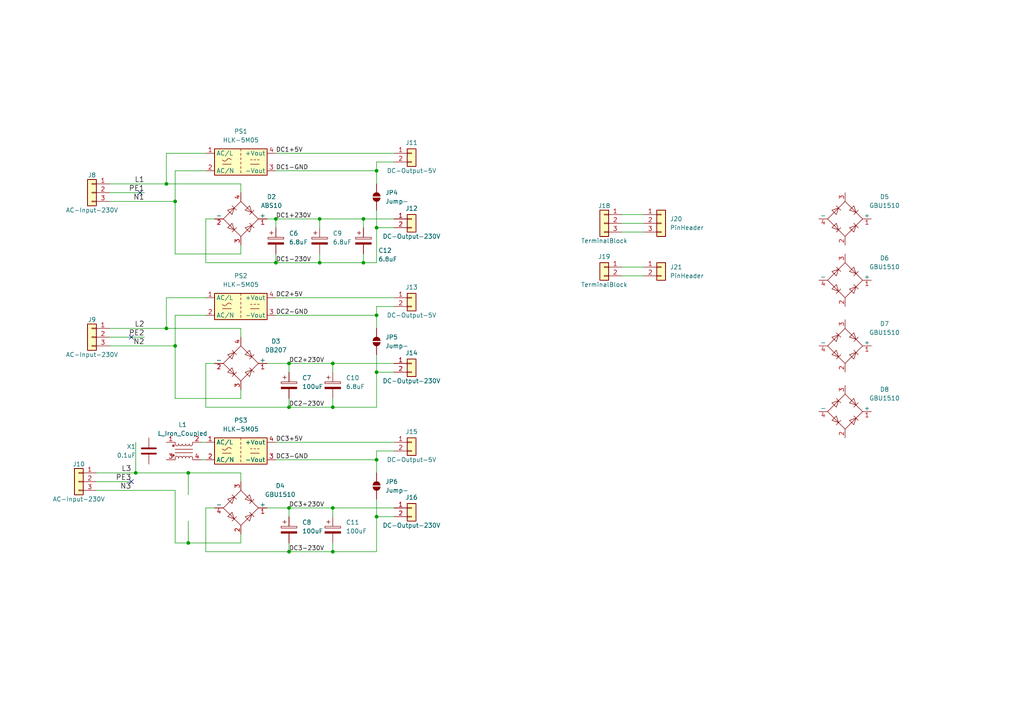
<source format=kicad_sch>
(kicad_sch (version 20250114) (generator "eeschema") (generator_version "9.0")
  (paper "A4")
  (lib_symbols
    (symbol "Connector_Generic:Conn_01x02" (pin_names (offset 1.016) (hide yes))
      (property "Reference" "J" (at 0 2.54 0))
      (property "Value" "Conn_01x02" (at 0 -5.08 0))
      (symbol "Conn_01x02_1_1"
        (rectangle (start -1.27 1.27) (end 1.27 -3.81) (stroke (width 0.254)) (fill (type background)))
        (rectangle (start -1.27 0.127) (end 0 -0.127) (stroke (width 0.1524)))
        (rectangle (start -1.27 -2.413) (end 0 -2.667) (stroke (width 0.1524)))
        (pin passive line (at -5.08 0 0) (length 3.81) (name "Pin_1") (number "1"))
        (pin passive line (at -5.08 -2.54 0) (length 3.81) (name "Pin_2") (number "2"))
      )
    )
    (symbol "Connector_Generic:Conn_01x03" (pin_names (offset 1.016) (hide yes))
      (property "Reference" "J" (at 0 5.08 0))
      (property "Value" "Conn_01x03" (at 0 -5.08 0))
      (symbol "Conn_01x03_1_1"
        (rectangle (start -1.27 3.81) (end 1.27 -3.81) (stroke (width 0.254)) (fill (type background)))
        (rectangle (start -1.27 2.667) (end 0 2.413) (stroke (width 0.1524)))
        (rectangle (start -1.27 0.127) (end 0 -0.127) (stroke (width 0.1524)))
        (rectangle (start -1.27 -2.413) (end 0 -2.667) (stroke (width 0.1524)))
        (pin passive line (at -5.08 2.54 0) (length 3.81) (name "Pin_1") (number "1"))
        (pin passive line (at -5.08 0 0) (length 3.81) (name "Pin_2") (number "2"))
        (pin passive line (at -5.08 -2.54 0) (length 3.81) (name "Pin_3") (number "3"))
      )
    )
    (symbol "Converter_ACDC:HLK-5M05"
      (property "Reference" "PS" (at 0 5.08 0))
      (property "Value" "HLK-5M05" (at 0 -5.08 0))
      (symbol "HLK-5M05_0_1"
        (rectangle (start -7.62 3.81) (end 7.62 -3.81) (stroke (width 0.254)) (fill (type background)))
        (polyline (pts (xy -5.334 -0.635) (xy -2.794 -0.635)))
        (arc (start -4.064 0.635) (mid -4.699 0.2495) (end -5.334 0.635))
        (arc (start -4.064 0.635) (mid -3.429 1.0072) (end -2.794 0.635))
        (polyline (pts (xy 0 3.81) (xy 0 3.175)))
        (polyline (pts (xy 0 2.54) (xy 0 1.905)))
        (polyline (pts (xy 0 1.27) (xy 0 0.635)))
        (polyline (pts (xy 0 0) (xy 0 -0.635)))
        (polyline (pts (xy 0 -1.27) (xy 0 -1.905)))
        (polyline (pts (xy 0 -2.54) (xy 0 -3.175)))
        (polyline (pts (xy 2.794 0.635) (xy 3.302 0.635)))
        (polyline (pts (xy 2.794 -0.635) (xy 5.334 -0.635)))
        (polyline (pts (xy 3.81 0.635) (xy 4.318 0.635)))
        (polyline (pts (xy 4.826 0.635) (xy 5.334 0.635)))
      )
      (symbol "HLK-5M05_1_1"
        (pin power_in line (at -10.16 2.54 0) (length 2.54) (name "AC/L") (number "1"))
        (pin power_in line (at -10.16 -2.54 0) (length 2.54) (name "AC/N") (number "2"))
        (pin power_out line (at 10.16 2.54 180) (length 2.54) (name "+Vout") (number "4"))
        (pin power_out line (at 10.16 -2.54 180) (length 2.54) (name "-Vout") (number "3"))
      )
    )
    (symbol "Device:C" (pin_numbers (hide yes)) (pin_names (offset 0.254))
      (property "Reference" "C" (at 0.635 2.54 0))
      (property "Value" "C" (at 0.635 -2.54 0))
      (symbol "C_0_1"
        (polyline (pts (xy -2.032 0.762) (xy 2.032 0.762)) (stroke (width 0.508)))
        (polyline (pts (xy -2.032 -0.762) (xy 2.032 -0.762)) (stroke (width 0.508)))
      )
      (symbol "C_1_1"
        (pin passive line (at 0 3.81 270) (length 2.794) (name "~") (number "1"))
        (pin passive line (at 0 -3.81 90) (length 2.794) (name "~") (number "2"))
      )
    )
    (symbol "Device:C_Polarized" (pin_numbers (hide yes)) (pin_names (offset 0.254))
      (property "Reference" "C" (at 0.635 2.54 0))
      (property "Value" "C_Polarized" (at 0.635 -2.54 0))
      (symbol "C_Polarized_0_1"
        (rectangle (start -2.286 0.508) (end 2.286 1.016))
        (polyline (pts (xy -1.778 2.286) (xy -0.762 2.286)))
        (polyline (pts (xy -1.27 2.794) (xy -1.27 1.778)))
        (rectangle (start 2.286 -0.508) (end -2.286 -1.016) (fill (type outline)))
      )
      (symbol "C_Polarized_1_1"
        (pin passive line (at 0 3.81 270) (length 2.794) (name "~") (number "1"))
        (pin passive line (at 0 -3.81 90) (length 2.794) (name "~") (number "2"))
      )
    )
    (symbol "Device:L_Iron_Coupled" (pin_names (offset 0.254) (hide yes))
      (property "Reference" "L" (at 0 4.445 0))
      (property "Value" "L_Iron_Coupled" (at 0 -4.445 0))
      (symbol "L_Iron_Coupled_0_1"
        (circle (center -3.048 1.524) (radius 0.254) (fill (type outline)))
        (circle (center -3.048 -1.27) (radius 0.254) (fill (type outline)))
        (polyline (pts (xy -2.54 2.032) (xy -2.54 2.54)))
        (polyline (pts (xy -2.54 0.508) (xy 2.54 0.508)))
        (polyline (pts (xy -2.54 -2.032) (xy -2.54 -2.54)))
        (arc (start -1.524 2.032) (mid -2.032 1.5262) (end -2.54 2.032))
        (arc (start -2.54 -2.032) (mid -2.032 -1.5262) (end -1.524 -2.032))
        (arc (start -0.508 2.032) (mid -1.016 1.5262) (end -1.524 2.032))
        (arc (start -1.524 -2.032) (mid -1.016 -1.5262) (end -0.508 -2.032))
        (arc (start 0.508 2.032) (mid 0 1.5262) (end -0.508 2.032))
        (arc (start -0.508 -2.032) (mid 0 -1.5262) (end 0.508 -2.032))
        (arc (start 1.524 2.032) (mid 1.016 1.5262) (end 0.508 2.032))
        (arc (start 0.508 -2.032) (mid 1.016 -1.5262) (end 1.524 -2.032))
        (arc (start 2.54 2.032) (mid 2.032 1.5262) (end 1.524 2.032))
        (arc (start 1.524 -2.032) (mid 2.032 -1.5262) (end 2.54 -2.032))
        (polyline (pts (xy 2.54 2.54) (xy 2.54 2.032)))
        (polyline (pts (xy 2.54 -0.508) (xy -2.54 -0.508)))
        (polyline (pts (xy 2.54 -2.032) (xy 2.54 -2.54)))
      )
      (symbol "L_Iron_Coupled_1_1"
        (pin passive line (at -5.08 2.54 0) (length 2.54) (name "1") (number "1"))
        (pin passive line (at -5.08 -2.54 0) (length 2.54) (name "3") (number "3"))
        (pin passive line (at 5.08 2.54 180) (length 2.54) (name "2") (number "2"))
        (pin passive line (at 5.08 -2.54 180) (length 2.54) (name "4") (number "4"))
      )
    )
    (symbol "Diode_Bridge:ABS10" (pin_names (offset 0))
      (property "Reference" "D" (at 2.54 6.985 0))
      (property "Value" "ABS10" (at 2.54 5.08 0))
      (symbol "ABS10_0_1"
        (polyline (pts (xy -5.08 0) (xy 0 -5.08) (xy 5.08 0) (xy 0 5.08) (xy -5.08 0)))
        (polyline (pts (xy -3.81 2.54) (xy -2.54 1.27) (xy -1.905 3.175) (xy -3.81 2.54)))
        (polyline (pts (xy -2.54 3.81) (xy -1.27 2.54)))
        (polyline (pts (xy -2.54 -1.27) (xy -3.81 -2.54) (xy -1.905 -3.175) (xy -2.54 -1.27)))
        (polyline (pts (xy -1.27 -2.54) (xy -2.54 -3.81)))
        (polyline (pts (xy 1.27 2.54) (xy 2.54 3.81) (xy 3.175 1.905) (xy 1.27 2.54)))
        (polyline (pts (xy 2.54 1.27) (xy 3.81 2.54)))
        (polyline (pts (xy 2.54 -1.27) (xy 3.81 -2.54)))
        (polyline (pts (xy 3.175 -1.905) (xy 1.27 -2.54) (xy 2.54 -3.81) (xy 3.175 -1.905)))
      )
      (symbol "ABS10_1_1"
        (pin passive line (at -7.62 0 0) (length 2.54) (name "-") (number "2"))
        (pin passive line (at 0 7.62 270) (length 2.54) (name "~") (number "4"))
        (pin passive line (at 0 -7.62 90) (length 2.54) (name "~") (number "3"))
        (pin passive line (at 7.62 0 180) (length 2.54) (name "+") (number "1"))
      )
    )
    (symbol "Diode_Bridge:DF01M" (pin_names (offset 0))
      (property "Reference" "D" (at 2.54 6.985 0))
      (property "Value" "DF01M" (at 2.54 5.08 0))
      (symbol "DF01M_0_1"
        (polyline (pts (xy -5.08 0) (xy 0 -5.08) (xy 5.08 0) (xy 0 5.08) (xy -5.08 0)))
        (polyline (pts (xy -3.81 2.54) (xy -2.54 1.27) (xy -1.905 3.175) (xy -3.81 2.54)))
        (polyline (pts (xy -2.54 3.81) (xy -1.27 2.54)))
        (polyline (pts (xy -2.54 -1.27) (xy -3.81 -2.54) (xy -1.905 -3.175) (xy -2.54 -1.27)))
        (polyline (pts (xy -1.27 -2.54) (xy -2.54 -3.81)))
        (polyline (pts (xy 1.27 2.54) (xy 2.54 3.81) (xy 3.175 1.905) (xy 1.27 2.54)))
        (polyline (pts (xy 2.54 1.27) (xy 3.81 2.54)))
        (polyline (pts (xy 2.54 -1.27) (xy 3.81 -2.54)))
        (polyline (pts (xy 3.175 -1.905) (xy 1.27 -2.54) (xy 2.54 -3.81) (xy 3.175 -1.905)))
      )
      (symbol "DF01M_1_1"
        (pin passive line (at -7.62 0 0) (length 2.54) (name "-") (number "2"))
        (pin passive line (at 0 7.62 270) (length 2.54) (name "~") (number "4"))
        (pin passive line (at 0 -7.62 90) (length 2.54) (name "~") (number "3"))
        (pin passive line (at 7.62 0 180) (length 2.54) (name "+") (number "1"))
      )
    )
    (symbol "Diode_Bridge:GBU4A" (pin_names (offset 0))
      (property "Reference" "D" (at 2.54 6.985 0))
      (property "Value" "GBU4A" (at 2.54 5.08 0))
      (symbol "GBU4A_0_1"
        (polyline (pts (xy -5.08 0) (xy 0 -5.08) (xy 5.08 0) (xy 0 5.08) (xy -5.08 0)))
        (polyline (pts (xy -3.81 2.54) (xy -2.54 1.27) (xy -1.905 3.175) (xy -3.81 2.54)))
        (polyline (pts (xy -2.54 3.81) (xy -1.27 2.54)))
        (polyline (pts (xy -2.54 -1.27) (xy -3.81 -2.54) (xy -1.905 -3.175) (xy -2.54 -1.27)))
        (polyline (pts (xy -1.27 -2.54) (xy -2.54 -3.81)))
        (polyline (pts (xy 1.27 2.54) (xy 2.54 3.81) (xy 3.175 1.905) (xy 1.27 2.54)))
        (polyline (pts (xy 2.54 1.27) (xy 3.81 2.54)))
        (polyline (pts (xy 2.54 -1.27) (xy 3.81 -2.54)))
        (polyline (pts (xy 3.175 -1.905) (xy 1.27 -2.54) (xy 2.54 -3.81) (xy 3.175 -1.905)))
      )
      (symbol "GBU4A_1_1"
        (pin passive line (at -7.62 0 0) (length 2.54) (name "-") (number "4"))
        (pin passive line (at 0 7.62 270) (length 2.54) (name "~") (number "3"))
        (pin passive line (at 0 -7.62 90) (length 2.54) (name "~") (number "2"))
        (pin passive line (at 7.62 0 180) (length 2.54) (name "+") (number "1"))
      )
    )
    (symbol "Jumper:SolderJumper_2_Open" (pin_numbers (hide yes)) (pin_names (offset 0) (hide yes)) (in_bom no)
      (property "Reference" "JP" (at 0 2.032 0))
      (property "Value" "SolderJumper_2_Open" (at 0 -2.54 0))
      (symbol "SolderJumper_2_Open_0_1"
        (polyline (pts (xy -0.254 1.016) (xy -0.254 -1.016)))
        (arc (start -0.254 -1.016) (mid -1.2656 0) (end -0.254 1.016))
        (arc (start -0.254 -1.016) (mid -1.2656 0) (end -0.254 1.016) (fill (type outline)))
        (arc (start 0.254 1.016) (mid 1.2656 0) (end 0.254 -1.016))
        (arc (start 0.254 1.016) (mid 1.2656 0) (end 0.254 -1.016) (fill (type outline)))
        (polyline (pts (xy 0.254 1.016) (xy 0.254 -1.016)))
      )
      (symbol "SolderJumper_2_Open_1_1"
        (pin passive line (at -3.81 0 0) (length 2.54) (name "A") (number "1"))
        (pin passive line (at 3.81 0 180) (length 2.54) (name "B") (number "2"))
      )
    )
  )
  (junction (at 92.71 63.5))
  (junction (at 109.22 149.86))
  (junction (at 109.22 133.35))
  (junction (at 83.82 105.41))
  (junction (at 83.82 160.02))
  (junction (at 109.22 66.04))
  (junction (at 80.01 63.5))
  (junction (at 48.26 95.25))
  (junction (at 96.52 118.11))
  (junction (at 50.8 100.33))
  (junction (at 83.82 118.11))
  (junction (at 48.26 53.34))
  (junction (at 96.52 160.02))
  (junction (at 96.52 105.41))
  (junction (at 39.37 137.16))
  (junction (at 109.22 91.44))
  (junction (at 92.71 76.2))
  (junction (at 80.01 76.2))
  (junction (at 109.22 107.95))
  (junction (at 96.52 147.32))
  (junction (at 83.82 147.32))
  (junction (at 105.41 63.5))
  (junction (at 105.41 76.2))
  (junction (at 54.61 157.48))
  (junction (at 54.61 137.16))
  (junction (at 109.22 49.53))
  (junction (at 50.8 58.42))
  (no_connect (at 40.64 55.88))
  (no_connect (at 38.1 97.79))
  (no_connect (at 38.1 139.7))
  (wire (pts (xy 31.75 53.34) (xy 48.26 53.34)))
  (wire (pts (xy 48.26 86.36) (xy 48.26 95.25)))
  (wire (pts (xy 105.41 76.2) (xy 109.22 76.2)))
  (wire (pts (xy 180.34 62.23) (xy 186.69 62.23)))
  (wire (pts (xy 69.85 154.94) (xy 69.85 157.48)))
  (wire (pts (xy 62.23 147.32) (xy 59.69 147.32)))
  (wire (pts (xy 109.22 88.9) (xy 114.3 88.9)))
  (wire (pts (xy 80.01 86.36) (xy 114.3 86.36)))
  (wire (pts (xy 69.85 115.57) (xy 50.8 115.57)))
  (wire (pts (xy 109.22 133.35) (xy 109.22 130.81)))
  (wire (pts (xy 48.26 44.45) (xy 48.26 53.34)))
  (wire (pts (xy 31.75 100.33) (xy 50.8 100.33)))
  (wire (pts (xy 109.22 60.96) (xy 109.22 66.04)))
  (wire (pts (xy 92.71 66.04) (xy 92.71 63.5)))
  (wire (pts (xy 92.71 63.5) (xy 105.41 63.5)))
  (wire (pts (xy 59.69 86.36) (xy 48.26 86.36)))
  (wire (pts (xy 27.94 137.16) (xy 39.37 137.16)))
  (wire (pts (xy 50.8 49.53) (xy 50.8 58.42)))
  (wire (pts (xy 109.22 49.53) (xy 109.22 46.99)))
  (wire (pts (xy 180.34 64.77) (xy 186.69 64.77)))
  (wire (pts (xy 83.82 118.11) (xy 83.82 115.57)))
  (wire (pts (xy 31.75 97.79) (xy 41.91 97.79)))
  (wire (pts (xy 54.61 137.16) (xy 69.85 137.16)))
  (wire (pts (xy 69.85 113.03) (xy 69.85 115.57)))
  (wire (pts (xy 83.82 147.32) (xy 83.82 149.86)))
  (wire (pts (xy 58.42 133.35) (xy 59.69 133.35)))
  (wire (pts (xy 59.69 118.11) (xy 83.82 118.11)))
  (wire (pts (xy 83.82 160.02) (xy 96.52 160.02)))
  (wire (pts (xy 59.69 76.2) (xy 80.01 76.2)))
  (wire (pts (xy 96.52 115.57) (xy 96.52 118.11)))
  (wire (pts (xy 59.69 44.45) (xy 48.26 44.45)))
  (wire (pts (xy 80.01 76.2) (xy 80.01 73.66)))
  (wire (pts (xy 105.41 63.5) (xy 105.41 66.04)))
  (wire (pts (xy 39.37 137.16) (xy 54.61 137.16)))
  (wire (pts (xy 83.82 107.95) (xy 83.82 105.41)))
  (wire (pts (xy 109.22 118.11) (xy 109.22 107.95)))
  (wire (pts (xy 96.52 160.02) (xy 109.22 160.02)))
  (wire (pts (xy 96.52 105.41) (xy 114.3 105.41)))
  (wire (pts (xy 109.22 91.44) (xy 109.22 95.25)))
  (wire (pts (xy 80.01 63.5) (xy 92.71 63.5)))
  (wire (pts (xy 92.71 76.2) (xy 105.41 76.2)))
  (wire (pts (xy 83.82 118.11) (xy 96.52 118.11)))
  (wire (pts (xy 96.52 147.32) (xy 96.52 149.86)))
  (wire (pts (xy 180.34 77.47) (xy 186.69 77.47)))
  (wire (pts (xy 96.52 118.11) (xy 109.22 118.11)))
  (wire (pts (xy 109.22 130.81) (xy 114.3 130.81)))
  (wire (pts (xy 69.85 73.66) (xy 50.8 73.66)))
  (wire (pts (xy 39.37 128.27) (xy 39.37 137.16)))
  (wire (pts (xy 114.3 147.32) (xy 96.52 147.32)))
  (wire (pts (xy 31.75 95.25) (xy 48.26 95.25)))
  (wire (pts (xy 50.8 142.24) (xy 50.8 157.48)))
  (wire (pts (xy 109.22 102.87) (xy 109.22 107.95)))
  (wire (pts (xy 109.22 160.02) (xy 109.22 149.86)))
  (wire (pts (xy 31.75 55.88) (xy 41.91 55.88)))
  (wire (pts (xy 109.22 144.78) (xy 109.22 149.86)))
  (wire (pts (xy 96.52 160.02) (xy 96.52 157.48)))
  (wire (pts (xy 48.26 95.25) (xy 69.85 95.25)))
  (wire (pts (xy 77.47 147.32) (xy 83.82 147.32)))
  (wire (pts (xy 31.75 58.42) (xy 50.8 58.42)))
  (wire (pts (xy 50.8 115.57) (xy 50.8 100.33)))
  (wire (pts (xy 59.69 91.44) (xy 50.8 91.44)))
  (wire (pts (xy 80.01 133.35) (xy 109.22 133.35)))
  (wire (pts (xy 77.47 63.5) (xy 80.01 63.5)))
  (wire (pts (xy 62.23 63.5) (xy 59.69 63.5)))
  (wire (pts (xy 109.22 76.2) (xy 109.22 66.04)))
  (wire (pts (xy 83.82 160.02) (xy 83.82 157.48)))
  (wire (pts (xy 80.01 91.44) (xy 109.22 91.44)))
  (wire (pts (xy 69.85 157.48) (xy 54.61 157.48)))
  (wire (pts (xy 59.69 63.5) (xy 59.69 76.2)))
  (wire (pts (xy 54.61 137.16) (xy 54.61 143.51)))
  (wire (pts (xy 50.8 73.66) (xy 50.8 58.42)))
  (wire (pts (xy 48.26 53.34) (xy 69.85 53.34)))
  (wire (pts (xy 50.8 49.53) (xy 59.69 49.53)))
  (wire (pts (xy 27.94 142.24) (xy 50.8 142.24)))
  (wire (pts (xy 109.22 49.53) (xy 109.22 53.34)))
  (wire (pts (xy 109.22 91.44) (xy 109.22 88.9)))
  (wire (pts (xy 105.41 63.5) (xy 114.3 63.5)))
  (wire (pts (xy 109.22 66.04) (xy 114.3 66.04)))
  (wire (pts (xy 27.94 139.7) (xy 38.1 139.7)))
  (wire (pts (xy 80.01 44.45) (xy 114.3 44.45)))
  (wire (pts (xy 180.34 80.01) (xy 186.69 80.01)))
  (wire (pts (xy 69.85 97.79) (xy 69.85 95.25)))
  (wire (pts (xy 59.69 147.32) (xy 59.69 160.02)))
  (wire (pts (xy 50.8 91.44) (xy 50.8 100.33)))
  (wire (pts (xy 77.47 105.41) (xy 83.82 105.41)))
  (wire (pts (xy 92.71 76.2) (xy 92.71 73.66)))
  (wire (pts (xy 69.85 71.12) (xy 69.85 73.66)))
  (wire (pts (xy 62.23 105.41) (xy 59.69 105.41)))
  (wire (pts (xy 83.82 147.32) (xy 96.52 147.32)))
  (wire (pts (xy 58.42 128.27) (xy 59.69 128.27)))
  (wire (pts (xy 109.22 107.95) (xy 114.3 107.95)))
  (wire (pts (xy 109.22 133.35) (xy 109.22 137.16)))
  (wire (pts (xy 54.61 157.48) (xy 50.8 157.48)))
  (wire (pts (xy 109.22 46.99) (xy 114.3 46.99)))
  (wire (pts (xy 59.69 105.41) (xy 59.69 118.11)))
  (wire (pts (xy 69.85 139.7) (xy 69.85 137.16)))
  (wire (pts (xy 96.52 107.95) (xy 96.52 105.41)))
  (wire (pts (xy 69.85 55.88) (xy 69.85 53.34)))
  (wire (pts (xy 180.34 67.31) (xy 186.69 67.31)))
  (wire (pts (xy 109.22 149.86) (xy 114.3 149.86)))
  (wire (pts (xy 80.01 49.53) (xy 109.22 49.53)))
  (wire (pts (xy 80.01 128.27) (xy 114.3 128.27)))
  (wire (pts (xy 105.41 73.66) (xy 105.41 76.2)))
  (wire (pts (xy 83.82 105.41) (xy 96.52 105.41)))
  (wire (pts (xy 54.61 151.13) (xy 54.61 157.48)))
  (wire (pts (xy 59.69 160.02) (xy 83.82 160.02)))
  (wire (pts (xy 80.01 76.2) (xy 92.71 76.2)))
  (wire (pts (xy 80.01 63.5) (xy 80.01 66.04)))
  (label "DC1+5V" (at 80.01 44.45 0))
  (label "DC3-230V" (at 83.82 160.02 0))
  (label "DC2+5V" (at 80.01 86.36 0))
  (label "N2" (at 41.91 100.33 180) (effects (font (size 1.524 1.524))))
  (label "DC1-230V" (at 80.01 76.2 0))
  (label "L2" (at 41.91 95.25 180) (effects (font (size 1.524 1.524))))
  (label "DC2-GND" (at 80.01 91.44 0))
  (label "PE1" (at 41.91 55.88 180) (effects (font (size 1.524 1.524))))
  (label "DC1+230V" (at 80.01 63.5 0))
  (label "DC3+5V" (at 80.01 128.27 0))
  (label "N1" (at 41.91 58.42 180) (effects (font (size 1.524 1.524))))
  (label "DC3-GND" (at 80.01 133.35 0))
  (label "DC2+230V" (at 83.82 105.41 0))
  (label "PE3" (at 38.1 139.7 180) (effects (font (size 1.524 1.524))))
  (label "PE2" (at 41.91 97.79 180) (effects (font (size 1.524 1.524))))
  (label "L3" (at 38.1 137.16 180) (effects (font (size 1.524 1.524))))
  (label "L1" (at 41.91 53.34 180) (effects (font (size 1.524 1.524))))
  (label "N3" (at 38.1 142.24 180) (effects (font (size 1.524 1.524))))
  (label "DC1-GND" (at 80.01 49.53 0))
  (label "DC3+230V" (at 83.82 147.32 0))
  (label "DC2-230V" (at 83.82 118.11 0))
  (symbol (lib_id "Connector_Generic:Conn_01x03") (at 191.77 64.77 0) (unit 1)
    (property "Reference" "J20" (at 194.31 63.4999 0) (effects (justify left)))
    (property "Value" "PinHeader" (at 194.31 66.0399 0) (effects (justify left)))
    (property "Footprint" "Connector_PinHeader_2.54mm:PinHeader_1x03_P2.54mm_Vertical" (effects (hide yes)))
    (property "Description" "Generic connector, single row, 01x03, script generated (kicad-library-utils/schlib/autogen/connector/)" (effects (hide yes)))
  )
  (symbol (lib_id "Connector_Generic:Conn_01x02") (at 191.77 77.47 0) (unit 1)
    (property "Reference" "J21" (at 194.31 77.4699 0) (effects (justify left)))
    (property "Value" "PinHeader" (at 194.31 80.0099 0) (effects (justify left)))
    (property "Footprint" "Connector_PinHeader_2.54mm:PinHeader_1x02_P2.54mm_Vertical" (effects (hide yes)))
    (property "Description" "Generic connector, single row, 01x02, script generated (kicad-library-utils/schlib/autogen/connector/)" (effects (hide yes)))
  )
  (symbol (lib_id "Connector_Generic:Conn_01x02") (at 119.38 44.45 0) (unit 1)
    (property "Reference" "J11" (at 119.38 41.402 0))
    (property "Value" "DC-Output-5V" (at 119.38 49.53 0))
    (property "Footprint" "TerminalBlock_Phoenix:TerminalBlock_Phoenix_MKDS-3-2-5.08_1x02_P5.08mm_Horizontal" (effects (hide yes)))
    (property "Description" "Generic connector, single row, 01x02, script generated (kicad-library-utils/schlib/autogen/connector/)" (effects (hide yes)))
  )
  (symbol (lib_id "Device:C_Polarized") (at 96.52 111.76 0) (unit 1)
    (property "Reference" "C10" (at 100.33 109.6009 0) (effects (justify left)))
    (property "Value" "6.8uF" (at 100.33 112.1409 0) (effects (justify left)))
    (property "Footprint" "Capacitor_THT:CP_Radial_D10.0mm_P5.00mm" (effects (hide yes)))
    (property "Description" "Polarized capacitor" (effects (hide yes)))
  )
  (symbol (lib_id "Connector_Generic:Conn_01x03") (at 26.67 55.88 0) (mirror y) (unit 1)
    (property "Reference" "J8" (at 26.67 50.8 0))
    (property "Value" "AC-Input-230V" (at 26.67 60.96 0))
    (property "Footprint" "TerminalBlock_Phoenix:TerminalBlock_Phoenix_MKDS-3-3-5.08_1x03_P5.08mm_Horizontal" (effects (hide yes)))
    (property "Description" "Generic connector, single row, 01x03, script generated (kicad-library-utils/schlib/autogen/connector/)" (effects (hide yes)))
  )
  (symbol (lib_id "Diode_Bridge:DF01M") (at 69.85 105.41 0) (unit 1)
    (property "Reference" "D3" (at 80.01 98.9898 0))
    (property "Value" "DB207" (at 80.01 101.5298 0))
    (property "Footprint" "Diode_THT:Diode_Bridge_DIP-4_W7.62mm_P5.08mm" (effects (hide yes)))
    (property "Datasheet" "http://www.vishay.com/docs/88571/dfm.pdf" (effects (hide yes)))
    (property "Description" "Miniature Glass Passivated Single-Phase Bridge Rectifiers, 70V Vrms, 1.0A If, DIP-4" (effects (hide yes)))
  )
  (symbol (lib_id "Jumper:SolderJumper_2_Open") (at 109.22 140.97 90) (unit 1) (in_bom no)
    (property "Reference" "JP6" (at 111.76 139.6999 90) (effects (justify right)))
    (property "Value" "Jump-" (at 111.76 142.2399 90) (effects (justify right)))
    (property "Footprint" "zhaw:SolderJumper-2" (effects (hide yes)))
    (property "Description" "Solder Jumper, 2-pole, open" (effects (hide yes)))
  )
  (symbol (lib_id "Connector_Generic:Conn_01x02") (at 119.38 63.5 0) (unit 1)
    (property "Reference" "J12" (at 119.38 60.452 0))
    (property "Value" "DC-Output-230V" (at 119.38 68.58 0))
    (property "Footprint" "TerminalBlock_Phoenix:TerminalBlock_Phoenix_MKDS-3-2-5.08_1x02_P5.08mm_Horizontal" (effects (hide yes)))
    (property "Description" "Generic connector, single row, 01x02, script generated (kicad-library-utils/schlib/autogen/connector/)" (effects (hide yes)))
  )
  (symbol (lib_id "Diode_Bridge:GBU4A") (at 69.85 147.32 0) (unit 1)
    (property "Reference" "D4" (at 81.28 140.8998 0))
    (property "Value" "GBU1510" (at 81.28 143.4398 0))
    (property "Footprint" "Diode_THT:Diode_Bridge_Vishay_GBU" (effects (hide yes)))
    (property "Datasheet" "http://www.vishay.com/docs/88656/gbu4a.pdf" (effects (hide yes)))
    (property "Description" "Single-Phase Bridge Rectifier, 35V Vrms, 4.0A If, GBU package" (effects (hide yes)))
  )
  (symbol (lib_id "Device:C_Polarized") (at 83.82 111.76 0) (unit 1)
    (property "Reference" "C7" (at 87.63 109.6009 0) (effects (justify left)))
    (property "Value" "100uF" (at 87.63 112.1409 0) (effects (justify left)))
    (property "Footprint" "Capacitor_THT:CP_Radial_D18.0mm_P7.50mm" (effects (hide yes)))
    (property "Description" "Polarized capacitor" (effects (hide yes)))
  )
  (symbol (lib_id "Connector_Generic:Conn_01x03") (at 175.26 64.77 0) (mirror y) (unit 1)
    (property "Reference" "J18" (at 175.26 59.69 0))
    (property "Value" "TerminalBlock" (at 175.26 69.85 0))
    (property "Footprint" "TerminalBlock_Phoenix:TerminalBlock_Phoenix_MKDS-3-3-5.08_1x03_P5.08mm_Horizontal" (effects (hide yes)))
    (property "Description" "Generic connector, single row, 01x03, script generated (kicad-library-utils/schlib/autogen/connector/)" (effects (hide yes)))
  )
  (symbol (lib_id "Jumper:SolderJumper_2_Open") (at 109.22 57.15 90) (unit 1) (in_bom no)
    (property "Reference" "JP4" (at 111.76 55.8799 90) (effects (justify right)))
    (property "Value" "Jump-" (at 111.76 58.4199 90) (effects (justify right)))
    (property "Footprint" "zhaw:SolderJumper-2" (effects (hide yes)))
    (property "Description" "Solder Jumper, 2-pole, open" (effects (hide yes)))
  )
  (symbol (lib_id "Connector_Generic:Conn_01x03") (at 26.67 97.79 0) (mirror y) (unit 1)
    (property "Reference" "J9" (at 26.67 92.71 0))
    (property "Value" "AC-Input-230V" (at 26.67 102.87 0))
    (property "Footprint" "TerminalBlock_Phoenix:TerminalBlock_Phoenix_MKDS-3-3-5.08_1x03_P5.08mm_Horizontal" (effects (hide yes)))
    (property "Description" "Generic connector, single row, 01x03, script generated (kicad-library-utils/schlib/autogen/connector/)" (effects (hide yes)))
  )
  (symbol (lib_id "Jumper:SolderJumper_2_Open") (at 109.22 99.06 90) (unit 1) (in_bom no)
    (property "Reference" "JP5" (at 111.76 97.7899 90) (effects (justify right)))
    (property "Value" "Jump-" (at 111.76 100.3299 90) (effects (justify right)))
    (property "Footprint" "zhaw:SolderJumper-2" (effects (hide yes)))
    (property "Description" "Solder Jumper, 2-pole, open" (effects (hide yes)))
  )
  (symbol (lib_id "Device:C_Polarized") (at 105.41 69.85 0) (unit 1)
    (property "Reference" "C12" (at 109.728 72.644 0) (effects (justify left)))
    (property "Value" "6.8uF" (at 109.728 75.184 0) (effects (justify left)))
    (property "Footprint" "Capacitor_THT:CP_Radial_D10.0mm_P5.00mm" (effects (hide yes)))
    (property "Description" "Polarized capacitor" (effects (hide yes)))
  )
  (symbol (lib_id "Device:C_Polarized") (at 80.01 69.85 0) (unit 1)
    (property "Reference" "C6" (at 83.82 67.6909 0) (effects (justify left)))
    (property "Value" "6.8uF" (at 83.82 70.2309 0) (effects (justify left)))
    (property "Footprint" "Capacitor_THT:CP_Radial_D10.0mm_P5.00mm" (effects (hide yes)))
    (property "Description" "Polarized capacitor" (effects (hide yes)))
  )
  (symbol (lib_id "Diode_Bridge:GBU4A") (at 245.11 81.28 0) (unit 1)
    (property "Reference" "D6" (at 256.54 74.8598 0))
    (property "Value" "GBU1510" (at 256.54 77.3998 0))
    (property "Footprint" "Diode_THT:Diode_Bridge_Vishay_GBU" (effects (hide yes)))
    (property "Datasheet" "http://www.vishay.com/docs/88656/gbu4a.pdf" (effects (hide yes)))
    (property "Description" "Single-Phase Bridge Rectifier, 35V Vrms, 4.0A If, GBU package" (effects (hide yes)))
  )
  (symbol (lib_id "Diode_Bridge:GBU4A") (at 245.11 63.5 0) (unit 1)
    (property "Reference" "D5" (at 256.54 57.0798 0))
    (property "Value" "GBU1510" (at 256.54 59.6198 0))
    (property "Footprint" "Diode_THT:Diode_Bridge_Vishay_GBU" (effects (hide yes)))
    (property "Datasheet" "http://www.vishay.com/docs/88656/gbu4a.pdf" (effects (hide yes)))
    (property "Description" "Single-Phase Bridge Rectifier, 35V Vrms, 4.0A If, GBU package" (effects (hide yes)))
  )
  (symbol (lib_id "Converter_ACDC:HLK-5M05") (at 69.85 130.81 0) (unit 1)
    (property "Reference" "PS3" (at 69.85 121.92 0))
    (property "Value" "HLK-5M05" (at 69.85 124.46 0))
    (property "Footprint" "Converter_ACDC:Converter_ACDC_Hi-Link_HLK-5Mxx" (effects (hide yes)))
    (property "Datasheet" "http://h.hlktech.com/download/ACDC%E7%94%B5%E6%BA%90%E6%A8%A1%E5%9D%975W%E7%B3%BB%E5%88%97/1/%E6%B5%B7%E5%87%8C%E7%A7%915W%E7%B3%BB%E5%88%97%E7%94%B5%E6%BA%90%E6%A8%A1%E5%9D%97%E8%A7%84%E6%A0%BC%E4%B9%A6V2.8.pdf" (effects (hide yes)))
    (property "Description" "Compact AC/DC board mount power module 5W, 5V 1A" (effects (hide yes)))
  )
  (symbol (lib_id "Connector_Generic:Conn_01x02") (at 119.38 147.32 0) (unit 1)
    (property "Reference" "J16" (at 119.38 144.272 0))
    (property "Value" "DC-Output-230V" (at 119.38 152.4 0))
    (property "Footprint" "TerminalBlock_Phoenix:TerminalBlock_Phoenix_MKDS-3-2-5.08_1x02_P5.08mm_Horizontal" (effects (hide yes)))
    (property "Description" "Generic connector, single row, 01x02, script generated (kicad-library-utils/schlib/autogen/connector/)" (effects (hide yes)))
  )
  (symbol (lib_id "Converter_ACDC:HLK-5M05") (at 69.85 88.9 0) (unit 1)
    (property "Reference" "PS2" (at 69.85 80.01 0))
    (property "Value" "HLK-5M05" (at 69.85 82.55 0))
    (property "Footprint" "Converter_ACDC:Converter_ACDC_Hi-Link_HLK-5Mxx" (effects (hide yes)))
    (property "Datasheet" "http://h.hlktech.com/download/ACDC%E7%94%B5%E6%BA%90%E6%A8%A1%E5%9D%975W%E7%B3%BB%E5%88%97/1/%E6%B5%B7%E5%87%8C%E7%A7%915W%E7%B3%BB%E5%88%97%E7%94%B5%E6%BA%90%E6%A8%A1%E5%9D%97%E8%A7%84%E6%A0%BC%E4%B9%A6V2.8.pdf" (effects (hide yes)))
    (property "Description" "Compact AC/DC board mount power module 5W, 5V 1A" (effects (hide yes)))
  )
  (symbol (lib_id "Converter_ACDC:HLK-5M05") (at 69.85 46.99 0) (unit 1)
    (property "Reference" "PS1" (at 69.85 38.1 0))
    (property "Value" "HLK-5M05" (at 69.85 40.64 0))
    (property "Footprint" "Converter_ACDC:Converter_ACDC_Hi-Link_HLK-5Mxx" (effects (hide yes)))
    (property "Datasheet" "http://h.hlktech.com/download/ACDC%E7%94%B5%E6%BA%90%E6%A8%A1%E5%9D%975W%E7%B3%BB%E5%88%97/1/%E6%B5%B7%E5%87%8C%E7%A7%915W%E7%B3%BB%E5%88%97%E7%94%B5%E6%BA%90%E6%A8%A1%E5%9D%97%E8%A7%84%E6%A0%BC%E4%B9%A6V2.8.pdf" (effects (hide yes)))
    (property "Description" "Compact AC/DC board mount power module 5W, 5V 1A" (effects (hide yes)))
  )
  (symbol (lib_id "Device:C_Polarized") (at 83.82 153.67 0) (unit 1)
    (property "Reference" "C8" (at 87.63 151.5109 0) (effects (justify left)))
    (property "Value" "100uF" (at 87.63 154.0509 0) (effects (justify left)))
    (property "Footprint" "Capacitor_THT:CP_Radial_D18.0mm_P7.50mm" (effects (hide yes)))
    (property "Description" "Polarized capacitor" (effects (hide yes)))
  )
  (symbol (lib_id "Connector_Generic:Conn_01x03") (at 22.86 139.7 0) (mirror y) (unit 1)
    (property "Reference" "J10" (at 22.86 134.62 0))
    (property "Value" "AC-Input-230V" (at 22.86 144.78 0))
    (property "Footprint" "TerminalBlock_Phoenix:TerminalBlock_Phoenix_MKDS-3-3-5.08_1x03_P5.08mm_Horizontal" (effects (hide yes)))
    (property "Description" "Generic connector, single row, 01x03, script generated (kicad-library-utils/schlib/autogen/connector/)" (effects (hide yes)))
  )
  (symbol (lib_id "Device:L_Iron_Coupled") (at 53.34 130.81 0) (unit 1)
    (property "Reference" "L1" (at 52.959 123.19 0))
    (property "Value" "L_Iron_Coupled" (at 52.959 125.73 0))
    (property "Description" "Coupled inductor with iron core" (effects (hide yes)))
  )
  (symbol (lib_id "Device:C_Polarized") (at 92.71 69.85 0) (unit 1)
    (property "Reference" "C9" (at 96.52 67.6909 0) (effects (justify left)))
    (property "Value" "6.8uF" (at 96.52 70.2309 0) (effects (justify left)))
    (property "Footprint" "Capacitor_THT:CP_Radial_D10.0mm_P5.00mm" (effects (hide yes)))
    (property "Description" "Polarized capacitor" (effects (hide yes)))
  )
  (symbol (lib_id "Connector_Generic:Conn_01x02") (at 119.38 105.41 0) (unit 1)
    (property "Reference" "J14" (at 119.38 102.362 0))
    (property "Value" "DC-Output-230V" (at 119.38 110.49 0))
    (property "Footprint" "TerminalBlock_Phoenix:TerminalBlock_Phoenix_MKDS-3-2-5.08_1x02_P5.08mm_Horizontal" (effects (hide yes)))
    (property "Description" "Generic connector, single row, 01x02, script generated (kicad-library-utils/schlib/autogen/connector/)" (effects (hide yes)))
  )
  (symbol (lib_id "Diode_Bridge:ABS10") (at 69.85 63.5 0) (unit 1)
    (property "Reference" "D2" (at 78.74 57.0798 0))
    (property "Value" "ABS10" (at 78.74 59.6198 0))
    (property "Footprint" "Diode_SMD:Diode_Bridge_Diotec_ABS" (effects (hide yes)))
    (property "Datasheet" "https://diotec.com/tl_files/diotec/files/pdf/datasheets/abs2.pdf" (effects (hide yes)))
    (property "Description" "Miniature Glass Passivated Single-Phase Surface Mount Bridge Rectifiers, 700V Vrms, 0.8A If, ABS SMD package" (effects (hide yes)))
  )
  (symbol (lib_id "Connector_Generic:Conn_01x02") (at 119.38 86.36 0) (unit 1)
    (property "Reference" "J13" (at 119.38 83.312 0))
    (property "Value" "DC-Output-5V" (at 119.38 91.44 0))
    (property "Footprint" "TerminalBlock_Phoenix:TerminalBlock_Phoenix_MKDS-3-2-5.08_1x02_P5.08mm_Horizontal" (effects (hide yes)))
    (property "Description" "Generic connector, single row, 01x02, script generated (kicad-library-utils/schlib/autogen/connector/)" (effects (hide yes)))
  )
  (symbol (lib_id "Diode_Bridge:GBU4A") (at 245.11 100.33 0) (unit 1)
    (property "Reference" "D7" (at 256.54 93.9098 0))
    (property "Value" "GBU1510" (at 256.54 96.4498 0))
    (property "Footprint" "Diode_THT:Diode_Bridge_Vishay_GBU" (effects (hide yes)))
    (property "Datasheet" "http://www.vishay.com/docs/88656/gbu4a.pdf" (effects (hide yes)))
    (property "Description" "Single-Phase Bridge Rectifier, 35V Vrms, 4.0A If, GBU package" (effects (hide yes)))
  )
  (symbol (lib_id "Connector_Generic:Conn_01x02") (at 119.38 128.27 0) (unit 1)
    (property "Reference" "J15" (at 119.38 125.222 0))
    (property "Value" "DC-Output-5V" (at 119.38 133.35 0))
    (property "Footprint" "TerminalBlock_Phoenix:TerminalBlock_Phoenix_MKDS-3-2-5.08_1x02_P5.08mm_Horizontal" (effects (hide yes)))
    (property "Description" "Generic connector, single row, 01x02, script generated (kicad-library-utils/schlib/autogen/connector/)" (effects (hide yes)))
  )
  (symbol (lib_id "Diode_Bridge:GBU4A") (at 245.11 119.38 0) (unit 1)
    (property "Reference" "D8" (at 256.54 112.9598 0))
    (property "Value" "GBU1510" (at 256.54 115.4998 0))
    (property "Footprint" "Diode_THT:Diode_Bridge_Vishay_GBU" (effects (hide yes)))
    (property "Datasheet" "http://www.vishay.com/docs/88656/gbu4a.pdf" (effects (hide yes)))
    (property "Description" "Single-Phase Bridge Rectifier, 35V Vrms, 4.0A If, GBU package" (effects (hide yes)))
  )
  (symbol (lib_id "Connector_Generic:Conn_01x02") (at 175.26 77.47 0) (mirror y) (unit 1)
    (property "Reference" "J19" (at 175.26 74.422 0))
    (property "Value" "TerminalBlock" (at 175.26 82.55 0))
    (property "Footprint" "TerminalBlock_Phoenix:TerminalBlock_Phoenix_MKDS-3-2-5.08_1x02_P5.08mm_Horizontal" (effects (hide yes)))
    (property "Description" "Generic connector, single row, 01x02, script generated (kicad-library-utils/schlib/autogen/connector/)" (effects (hide yes)))
  )
  (symbol (lib_id "Device:C_Polarized") (at 96.52 153.67 0) (unit 1)
    (property "Reference" "C11" (at 100.33 151.5109 0) (effects (justify left)))
    (property "Value" "100uF" (at 100.33 154.0509 0) (effects (justify left)))
    (property "Footprint" "Capacitor_THT:CP_Radial_D18.0mm_P7.50mm" (effects (hide yes)))
    (property "Description" "Polarized capacitor" (effects (hide yes)))
  )
  (symbol (lib_id "Device:C") (at 43.18 130.81 0) (mirror y) (unit 1)
    (property "Reference" "X1" (at 39.37 129.5399 0) (effects (justify left)))
    (property "Value" "0.1uF" (at 39.37 132.0799 0) (effects (justify left)))
    (property "Footprint" "Capacitor_THT:C_Rect_L18.0mm_W6.0mm_P15.00mm_FKS3_FKP3" (effects (hide yes)))
    (property "Description" "Unpolarized capacitor" (effects (hide yes)))
  )
)
</source>
